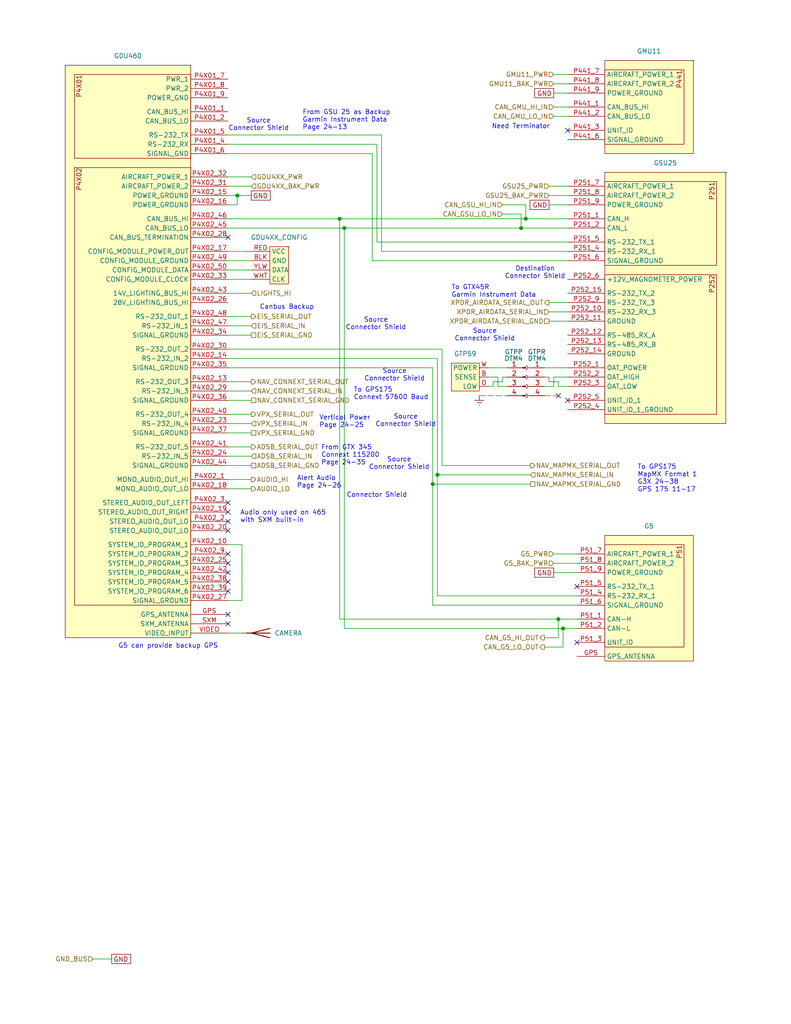
<source format=kicad_sch>
(kicad_sch (version 20250114) (generator "eeschema") (generator_version "9.0")
  (paper "USLetter" portrait)
  (title_block (title "PFD & ADAHRS") (date "2025-10-19") (rev "1.1.15") (company "N78HR"))
  (lib_symbols
    (symbol "Connector:Conn_01x04_Pin" (pin_names (offset 1.016) (hide yes))
      (property "Reference" "J" (at 0 5.08 0))
      (property "Value" "Conn_01x04_Pin" (at 0 -7.62 0))
      (symbol "Conn_01x04_Pin_1_1"
        (rectangle (start 0.8636 2.667) (end 0 2.413) (stroke (width 0.1524)) (fill (type outline)))
        (rectangle (start 0.8636 0.127) (end 0 -0.127) (stroke (width 0.1524)) (fill (type outline)))
        (rectangle (start 0.8636 -2.413) (end 0 -2.667) (stroke (width 0.1524)) (fill (type outline)))
        (rectangle (start 0.8636 -4.953) (end 0 -5.207) (stroke (width 0.1524)) (fill (type outline)))
        (polyline (pts (xy 1.27 2.54) (xy 0.8636 2.54)) (stroke (width 0.1524)))
        (polyline (pts (xy 1.27 0) (xy 0.8636 0)) (stroke (width 0.1524)))
        (polyline (pts (xy 1.27 -2.54) (xy 0.8636 -2.54)) (stroke (width 0.1524)))
        (polyline (pts (xy 1.27 -5.08) (xy 0.8636 -5.08)) (stroke (width 0.1524)))
        (pin passive line (at 5.08 2.54 180) (length 3.81) (name "Pin_1") (number "1"))
        (pin passive line (at 5.08 0 180) (length 3.81) (name "Pin_2") (number "2"))
        (pin passive line (at 5.08 -2.54 180) (length 3.81) (name "Pin_3") (number "3"))
        (pin passive line (at 5.08 -5.08 180) (length 3.81) (name "Pin_4") (number "4"))
      )
    )
    (symbol "Connector:Conn_01x04_Socket" (pin_names (offset 1.016) (hide yes))
      (property "Reference" "J" (at 0 5.08 0))
      (property "Value" "Conn_01x04_Socket" (at 0 -7.62 0))
      (symbol "Conn_01x04_Socket_1_1"
        (polyline (pts (xy -1.27 2.54) (xy -0.508 2.54)) (stroke (width 0.1524)))
        (polyline (pts (xy -1.27 0) (xy -0.508 0)) (stroke (width 0.1524)))
        (polyline (pts (xy -1.27 -2.54) (xy -0.508 -2.54)) (stroke (width 0.1524)))
        (polyline (pts (xy -1.27 -5.08) (xy -0.508 -5.08)) (stroke (width 0.1524)))
        (arc (start 0 2.032) (mid -0.5058 2.54) (end 0 3.048) (stroke (width 0.1524)))
        (arc (start 0 -0.508) (mid -0.5058 0) (end 0 0.508) (stroke (width 0.1524)))
        (arc (start 0 -3.048) (mid -0.5058 -2.54) (end 0 -2.032) (stroke (width 0.1524)))
        (arc (start 0 -5.588) (mid -0.5058 -5.08) (end 0 -4.572) (stroke (width 0.1524)))
        (pin passive line (at -5.08 2.54 0) (length 3.81) (name "Pin_1") (number "1"))
        (pin passive line (at -5.08 0 0) (length 3.81) (name "Pin_2") (number "2"))
        (pin passive line (at -5.08 -2.54 0) (length 3.81) (name "Pin_3") (number "3"))
        (pin passive line (at -5.08 -5.08 0) (length 3.81) (name "Pin_4") (number "4"))
      )
    )
    (symbol "Device:Antenna" (pin_numbers (hide yes)) (pin_names (offset 1.016) (hide yes))
      (property "Reference" "AE" (at -1.905 1.905 0))
      (property "Value" "Antenna" (at -1.905 0 0))
      (symbol "Antenna_0_1"
        (polyline (pts (xy 0 2.54) (xy 0 -3.81)) (stroke (width 0.254)))
        (polyline (pts (xy 1.27 2.54) (xy 0 -2.54) (xy -1.27 2.54)) (stroke (width 0.254)))
      )
      (symbol "Antenna_1_1"
        (pin input line (at 0 -5.08 90) (length 2.54) (name "A") (number "1"))
      )
    )
    (symbol "flyerx:Garmin_Config"
      (property "Reference" "CONFIG" (at 3.81 1.27 0))
      (symbol "Garmin_Config_1_1"
        (rectangle (start 0 0) (end 5.08 -10.16) (fill (type background)))
        (pin power_in line (at 10.16 -1.27 180) (length 5.08) (name "VCC") (number "RED"))
        (pin passive line (at 10.16 -3.81 180) (length 5.08) (name "GND") (number "BLK"))
        (pin bidirectional line (at 10.16 -6.35 180) (length 5.08) (name "DATA") (number "YLW"))
        (pin input line (at 10.16 -8.89 180) (length 5.08) (name "CLK") (number "WHT"))
      )
    )
    (symbol "flyerx:Garmin_G5"
      (property "Reference" "G" (at 0 1.27 0))
      (symbol "Garmin_G5_1_1"
        (rectangle (start 0 0) (end 24.13 -34.29) (fill (type background)))
        (rectangle (start 2.54 -2.54) (end 24.13 -30.48) (fill (type background)))
        (text "P51" (at 3.81 -2.54 900) (effects (font (size 1.27 1.27)) (justify right)))
        (pin power_in line (at 31.75 -5.08 180) (length 7.62) (name "AIRCRAFT_POWER_1") (number "P51_7"))
        (pin power_in line (at 31.75 -7.62 180) (length 7.62) (name "AIRCRAFT_POWER_2") (number "P51_8"))
        (pin passive line (at 31.75 -10.16 180) (length 7.62) (name "POWER_GROUND") (number "P51_9"))
        (pin output line (at 31.75 -13.97 180) (length 7.62) (name "RS-232_TX_1") (number "P51_5"))
        (pin input line (at 31.75 -16.51 180) (length 7.62) (name "RS-232_RX_1") (number "P51_4"))
        (pin passive line (at 31.75 -19.05 180) (length 7.62) (name "SIGNAL_GROUND") (number "P51_6"))
        (pin bidirectional line (at 31.75 -22.86 180) (length 7.62) (name "CAN-H") (number "P51_1"))
        (pin bidirectional line (at 31.75 -25.4 180) (length 7.62) (name "CAN-L") (number "P51_2"))
        (pin bidirectional line (at 31.75 -29.21 180) (length 7.62) (name "UNIT_ID") (number "P51_3"))
        (pin input line (at 31.75 -33.02 180) (length 7.62) (name "GPS_ANTENNA") (number "GPS"))
      )
    )
    (symbol "flyerx:Garmin_GDU4XX"
      (property "Reference" "GDU" (at 3.81 1.27 0))
      (symbol "Garmin_GDU4XX_1_1"
        (rectangle (start 0 0) (end 34.29 -156.21) (fill (type background)))
        (rectangle (start 2.54 -2.54) (end 34.29 -25.4) (fill (type background)))
        (rectangle (start 2.54 -27.94) (end 34.29 -147.32) (fill (type background)))
        (text "P4X01" (at 3.81 -2.54 900) (effects (font (size 1.27 1.27)) (justify right)))
        (text "P4X02" (at 3.81 -27.94 900) (effects (font (size 1.27 1.27)) (justify right)))
        (pin power_in line (at 44.45 -3.81 180) (length 10.16) (name "PWR_1") (number "P4X01_7"))
        (pin power_in line (at 44.45 -6.35 180) (length 10.16) (name "PWR_2") (number "P4X01_8"))
        (pin passive line (at 44.45 -8.89 180) (length 10.16) (name "POWER_GND") (number "P4X01_9"))
        (pin bidirectional line (at 44.45 -12.7 180) (length 10.16) (name "CAN_BUS_HI") (number "P4X01_1"))
        (pin bidirectional line (at 44.45 -15.24 180) (length 10.16) (name "CAN_BUS_LO") (number "P4X01_2"))
        (pin output line (at 44.45 -19.05 180) (length 10.16) (name "RS-232_TX") (number "P4X01_5"))
        (pin input line (at 44.45 -21.59 180) (length 10.16) (name "RS-232_RX") (number "P4X01_4"))
        (pin passive line (at 44.45 -24.13 180) (length 10.16) (name "SIGNAL_GND") (number "P4X01_6"))
        (pin power_in line (at 44.45 -30.48 180) (length 10.16) (name "AIRCRAFT_POWER_1") (number "P4X02_32"))
        (pin power_in line (at 44.45 -33.02 180) (length 10.16) (name "AIRCRAFT_POWER_2") (number "P4X02_31"))
        (pin passive line (at 44.45 -35.56 180) (length 10.16) (name "POWER_GROUND") (number "P4X02_15"))
        (pin passive line (at 44.45 -38.1 180) (length 10.16) (name "POWER_GROUND") (number "P4X02_16"))
        (pin bidirectional line (at 44.45 -41.91 180) (length 10.16) (name "CAN_BUS_HI") (number "P4X02_46"))
        (pin bidirectional line (at 44.45 -44.45 180) (length 10.16) (name "CAN_BUS_LO") (number "P4X02_45"))
        (pin passive line (at 44.45 -46.99 180) (length 10.16) (name "CAN_BUS_TERMINATION") (number "P4X02_28"))
        (pin power_out line (at 44.45 -50.8 180) (length 10.16) (name "CONFIG_MODULE_POWER_OUT") (number "P4X02_17"))
        (pin passive line (at 44.45 -53.34 180) (length 10.16) (name "CONFIG_MODULE_GROUND") (number "P4X02_49"))
        (pin bidirectional line (at 44.45 -55.88 180) (length 10.16) (name "CONFIG_MODULE_DATA") (number "P4X02_50"))
        (pin output line (at 44.45 -58.42 180) (length 10.16) (name "CONFIG_MODULE_CLOCK") (number "P4X02_33"))
        (pin input line (at 44.45 -62.23 180) (length 10.16) (name "14V_LIGHTING_BUS_HI") (number "P4X02_43"))
        (pin input line (at 44.45 -64.77 180) (length 10.16) (name "28V_LIGHTING_BUS_HI") (number "P4X02_26"))
        (pin output line (at 44.45 -68.58 180) (length 10.16) (name "RS-232_OUT_1") (number "P4X02_48"))
        (pin input line (at 44.45 -71.12 180) (length 10.16) (name "RS-232_IN_1") (number "P4X02_47"))
        (pin passive line (at 44.45 -73.66 180) (length 10.16) (name "SIGNAL_GROUND") (number "P4X02_34"))
        (pin output line (at 44.45 -77.47 180) (length 10.16) (name "RS-232_OUT_2") (number "P4X02_30"))
        (pin input line (at 44.45 -80.01 180) (length 10.16) (name "RS-232_IN_2") (number "P4X02_14"))
        (pin passive line (at 44.45 -82.55 180) (length 10.16) (name "SIGNAL_GROUND") (number "P4X02_35"))
        (pin output line (at 44.45 -86.36 180) (length 10.16) (name "RS-232_OUT_3") (number "P4X02_13"))
        (pin input line (at 44.45 -88.9 180) (length 10.16) (name "RS-232_IN_3") (number "P4X02_29"))
        (pin passive line (at 44.45 -91.44 180) (length 10.16) (name "SIGNAL_GROUND") (number "P4X02_36"))
        (pin output line (at 44.45 -95.25 180) (length 10.16) (name "RS-232_OUT_4") (number "P4X02_40"))
        (pin input line (at 44.45 -97.79 180) (length 10.16) (name "RS-232_IN_4") (number "P4X02_23"))
        (pin passive line (at 44.45 -100.33 180) (length 10.16) (name "SIGNAL_GROUND") (number "P4X02_37"))
        (pin output line (at 44.45 -104.14 180) (length 10.16) (name "RS-232_OUT_5") (number "P4X02_41"))
        (pin input line (at 44.45 -106.68 180) (length 10.16) (name "RS-232_IN_5") (number "P4X02_24"))
        (pin passive line (at 44.45 -109.22 180) (length 10.16) (name "SIGNAL_GROUND") (number "P4X02_44"))
        (pin output line (at 44.45 -113.03 180) (length 10.16) (name "MONO_AUDIO_OUT_HI") (number "P4X02_1"))
        (pin passive line (at 44.45 -115.57 180) (length 10.16) (name "MONO_AUDIO_OUT_LO") (number "P4X02_18"))
        (pin output line (at 44.45 -119.38 180) (length 10.16) (name "STEREO_AUDIO_OUT_LEFT") (number "P4X02_3"))
        (pin output line (at 44.45 -121.92 180) (length 10.16) (name "STEREO_AUDIO_OUT_RIGHT") (number "P4X02_19"))
        (pin passive line (at 44.45 -124.46 180) (length 10.16) (name "STEREO_AUDIO_OUT_LO") (number "P4X02_2"))
        (pin passive line (at 44.45 -127 180) (length 10.16) (name "STEREO_AUDIO_OUT_LO") (number "P4X02_20"))
        (pin bidirectional line (at 44.45 -130.81 180) (length 10.16) (name "SYSTEM_ID_PROGRAM_1") (number "P4X02_10"))
        (pin bidirectional line (at 44.45 -133.35 180) (length 10.16) (name "SYSTEM_ID_PROGRAM_2") (number "P4X02_9"))
        (pin bidirectional line (at 44.45 -135.89 180) (length 10.16) (name "SYSTEM_ID_PROGRAM_3") (number "P4X02_25"))
        (pin bidirectional line (at 44.45 -138.43 180) (length 10.16) (name "SYSTEM_ID_PROGRAM_4") (number "P4X02_42"))
        (pin bidirectional line (at 44.45 -140.97 180) (length 10.16) (name "SYSTEM_ID_PROGRAM_5") (number "P4X02_38"))
        (pin bidirectional line (at 44.45 -143.51 180) (length 10.16) (name "SYSTEM_ID_PROGRAM_6") (number "P4X02_39"))
        (pin passive line (at 44.45 -146.05 180) (length 10.16) (name "SIGNAL_GROUND") (number "P4X02_27"))
        (pin input line (at 44.45 -149.86 180) (length 10.16) (name "GPS_ANTENNA") (number "GPS"))
        (pin input line (at 44.45 -152.4 180) (length 10.16) (name "SXM_ANTENNA") (number "SXM"))
        (pin input line (at 44.45 -154.94 180) (length 10.16) (name "VIDEO_INPUT") (number "VIDEO"))
      )
    )
    (symbol "flyerx:Garmin_GMU11"
      (property "Reference" "GMU" (at 3.81 1.27 0))
      (symbol "Garmin_GMU11_1_1"
        (rectangle (start 0 0) (end 24.13 -25.4) (fill (type background)))
        (rectangle (start 2.54 -2.54) (end 24.13 -22.86) (fill (type background)))
        (text "P441" (at 3.81 -2.54 900) (effects (font (size 1.27 1.27)) (justify right)))
        (pin power_in line (at 34.29 -3.81 180) (length 10.16) (name "AIRCRAFT_POWER_1") (number "P441_7"))
        (pin power_in line (at 34.29 -6.35 180) (length 10.16) (name "AIRCRAFT_POWER_2") (number "P441_8"))
        (pin passive line (at 34.29 -8.89 180) (length 10.16) (name "POWER_GROUND") (number "P441_9"))
        (pin bidirectional line (at 34.29 -12.7 180) (length 10.16) (name "CAN_BUS_HI") (number "P441_1"))
        (pin bidirectional line (at 34.29 -15.24 180) (length 10.16) (name "CAN_BUS_LO") (number "P441_2"))
        (pin bidirectional line (at 34.29 -19.05 180) (length 10.16) (name "UNIT_ID") (number "P441_3"))
        (pin passive line (at 34.29 -21.59 180) (length 10.16) (name "SIGNAL_GROUND") (number "P441_6"))
      )
    )
    (symbol "flyerx:Garmin_GSU25"
      (property "Reference" "GSU" (at 3.81 1.27 0))
      (symbol "Garmin_GSU25_1_1"
        (rectangle (start 0 0) (end 33.02 -68.58) (fill (type background)))
        (rectangle (start 2.54 -2.54) (end 33.02 -25.4) (fill (type background)))
        (rectangle (start 2.54 -27.94) (end 33.02 -66.04) (fill (type background)))
        (text "P251" (at 3.81 -2.54 900) (effects (font (size 1.27 1.27)) (justify right)))
        (text "P252" (at 3.81 -27.94 900) (effects (font (size 1.27 1.27)) (justify right)))
        (pin power_in line (at 43.18 -3.81 180) (length 10.16) (name "AIRCRAFT_POWER_1") (number "P251_7"))
        (pin power_in line (at 43.18 -6.35 180) (length 10.16) (name "AIRCRAFT_POWER_2") (number "P251_8"))
        (pin bidirectional line (at 43.18 -8.89 180) (length 10.16) (name "POWER_GROUND") (number "P251_9"))
        (pin bidirectional line (at 43.18 -12.7 180) (length 10.16) (name "CAN_H") (number "P251_1"))
        (pin bidirectional line (at 43.18 -15.24 180) (length 10.16) (name "CAN_L") (number "P251_2"))
        (pin output line (at 43.18 -19.05 180) (length 10.16) (name "RS-232_TX_1") (number "P251_5"))
        (pin input line (at 43.18 -21.59 180) (length 10.16) (name "RS-232_RX_1") (number "P251_4"))
        (pin bidirectional line (at 43.18 -24.13 180) (length 10.16) (name "SIGNAL_GROUND") (number "P251_6"))
        (pin power_out line (at 43.18 -29.21 180) (length 10.16) (name "+12V_MAGNOMETER_POWER") (number "P252_6"))
        (pin output line (at 43.18 -33.02 180) (length 10.16) (name "RS-232_TX_2") (number "P252_15"))
        (pin output line (at 43.18 -35.56 180) (length 10.16) (name "RS-232_TX_3") (number "P252_9"))
        (pin input line (at 43.18 -38.1 180) (length 10.16) (name "RS-232_RX_3") (number "P252_10"))
        (pin bidirectional line (at 43.18 -40.64 180) (length 10.16) (name "GROUND") (number "P252_11"))
        (pin input line (at 43.18 -44.45 180) (length 10.16) (name "RS-485_RX_A") (number "P252_12"))
        (pin input line (at 43.18 -46.99 180) (length 10.16) (name "RS-485_RX_B") (number "P252_13"))
        (pin bidirectional line (at 43.18 -49.53 180) (length 10.16) (name "GROUND") (number "P252_14"))
        (pin power_out line (at 43.18 -53.34 180) (length 10.16) (name "OAT_POWER") (number "P252_1"))
        (pin input line (at 43.18 -55.88 180) (length 10.16) (name "OAT_HIGH") (number "P252_2"))
        (pin bidirectional line (at 43.18 -58.42 180) (length 10.16) (name "OAT_LOW") (number "P252_3"))
        (pin bidirectional line (at 43.18 -62.23 180) (length 10.16) (name "UNIT_ID_1") (number "P252_5"))
        (pin bidirectional line (at 43.18 -64.77 180) (length 10.16) (name "UNIT_ID_1_GROUND") (number "P252_4"))
      )
    )
    (symbol "flyerx:Garmin_GTP59"
      (property "Reference" "GTP" (at 3.81 1.27 0))
      (symbol "Garmin_GTP59_1_1"
        (rectangle (start 0 0) (end 7.62 -7.62) (fill (type background)))
        (pin power_in line (at 10.16 -1.27 180) (length 2.54) (name "POWER") (number "W"))
        (pin output line (at 10.16 -3.81 180) (length 2.54) (name "SENSE") (number "B"))
        (pin passive line (at 10.16 -6.35 180) (length 2.54) (name "LOW") (number "O"))
      )
    )
    (symbol "power:Earth" (power) (pin_names (offset 0))
      (symbol "Earth_0_1"
        (polyline (pts (xy -0.635 -1.905) (xy 0.635 -1.905)))
        (polyline (pts (xy -0.127 -2.54) (xy 0.127 -2.54)))
        (polyline (pts (xy 0 -1.27) (xy 0 0)))
        (polyline (pts (xy 1.27 -1.27) (xy -1.27 -1.27)))
      )
      (symbol "Earth_1_1"
        (pin power_in line (at 0 0 270) (length 0) (hide yes) (name "Earth") (number "1"))
      )
    )
  )
  (text "Source\nConnector Shield" (at 108.966 126.492 0) (effects (font (size 1.27 1.27))))
  (text "Connector Shield" (at 102.87 135.128 0) (effects (font (size 1.27 1.27))))
  (text "Source\nConnector Shield" (at 110.744 114.808 0) (effects (font (size 1.27 1.27))))
  (text "Source\nConnector Shield" (at 102.616 88.392 0) (effects (font (size 1.27 1.27))))
  (text "Destination\nConnector Shield" (at 146.05 74.422 0) (effects (font (size 1.27 1.27))))
  (text "Vertical Power\nPage 24-25" (at 87.122 115.062 0) (effects (font (size 1.27 1.27)) (justify left)))
  (text "Source\nConnector Shield" (at 70.612 34.036 0) (effects (font (size 1.27 1.27))))
  (text "To GPS175\nMapMX Format 1\nG3X 24-38\nGPS 175 11-17" (at 173.99 134.366 0) (effects (font (size 1.27 1.27)) (justify left bottom)))
  (text "Source\nConnector Shield" (at 132.334 91.44 0) (effects (font (size 1.27 1.27))))
  (text "From GTX 345\nConnext 115200\nPage 24-35" (at 87.63 127 0) (effects (font (size 1.27 1.27)) (justify left bottom)))
  (text "To GTX45R\nGarmin Instrument Data" (at 123.19 81.28 0) (effects (font (size 1.27 1.27)) (justify left bottom)))
  (text "Audio only used on 465\nwith SXM built-in" (at 65.532 140.97 0) (effects (font (size 1.27 1.27)) (justify left)))
  (text "Canbus Backup" (at 70.866 84.582 0) (effects (font (size 1.27 1.27)) (justify left bottom)))
  (text "Need Terminator" (at 150.114 35.306 0) (effects (font (size 1.27 1.27)) (justify right bottom)))
  (text "G5 can provide backup GPS" (at 32.258 177.038 0) (effects (font (size 1.27 1.27)) (justify left bottom)))
  (text "From GSU 25 as Backup\nGarmin Instrument Data\nPage 24-13" (at 82.55 35.56 0) (effects (font (size 1.27 1.27)) (justify left bottom)))
  (text "Source\nConnector Shield" (at 107.696 102.362 0) (effects (font (size 1.27 1.27))))
  (text "Alert Audio\nPage 24-26" (at 81.026 131.572 0) (effects (font (size 1.27 1.27)) (justify left)))
  (text "To GPS175\nConnext 57600 Baud" (at 96.52 109.22 0) (effects (font (size 1.27 1.27)) (justify left bottom)))
  (junction (at 92.71 59.69))
  (junction (at 93.98 62.23))
  (junction (at 152.4 168.91))
  (junction (at 143.51 59.69))
  (junction (at 153.67 171.45))
  (junction (at 118.11 132.08))
  (junction (at 119.38 129.54))
  (junction (at 64.77 53.34))
  (junction (at 142.24 62.23))
  (no_connect (at 152.4 107.95))
  (no_connect (at 62.23 144.78))
  (no_connect (at 62.23 142.24))
  (no_connect (at 62.23 151.13))
  (no_connect (at 154.94 35.56))
  (no_connect (at 62.23 156.21))
  (no_connect (at 157.48 175.26))
  (no_connect (at 62.23 161.29))
  (no_connect (at 154.94 109.22))
  (no_connect (at 62.23 153.67))
  (no_connect (at 62.23 139.7))
  (no_connect (at 62.23 64.77))
  (no_connect (at 62.23 170.18))
  (no_connect (at 62.23 158.75))
  (no_connect (at 157.48 160.02))
  (no_connect (at 62.23 137.16))
  (no_connect (at 62.23 167.64))
  (wire (pts (xy 154.94 68.58) (xy 104.14 68.58)))
  (wire (pts (xy 133.35 100.33) (xy 138.43 100.33)))
  (wire (pts (xy 62.23 76.2) (xy 68.58 76.2)))
  (wire (pts (xy 118.11 132.08) (xy 144.78 132.08)))
  (wire (pts (xy 149.86 102.87) (xy 149.86 104.14)))
  (wire (pts (xy 62.23 115.57) (xy 68.58 115.57)))
  (wire (pts (xy 62.23 59.69) (xy 92.71 59.69)))
  (wire (pts (xy 62.23 55.88) (xy 64.77 55.88)))
  (wire (pts (xy 62.23 39.37) (xy 102.87 39.37)))
  (wire (pts (xy 137.16 55.88) (xy 143.51 55.88)))
  (wire (pts (xy 149.86 50.8) (xy 154.94 50.8)))
  (wire (pts (xy 62.23 68.58) (xy 68.58 68.58)))
  (wire (pts (xy 64.77 55.88) (xy 64.77 53.34)))
  (wire (pts (xy 62.23 88.9) (xy 68.58 88.9)))
  (wire (pts (xy 92.71 59.69) (xy 143.51 59.69)))
  (wire (pts (xy 25.4 261.62) (xy 30.48 261.62)))
  (wire (pts (xy 119.38 97.79) (xy 62.23 97.79)))
  (wire (pts (xy 101.6 71.12) (xy 101.6 41.91)))
  (wire (pts (xy 149.86 85.09) (xy 154.94 85.09)))
  (wire (pts (xy 148.59 105.41) (xy 151.13 105.41)))
  (wire (pts (xy 152.4 168.91) (xy 157.48 168.91)))
  (wire (pts (xy 120.65 95.25) (xy 62.23 95.25)))
  (wire (pts (xy 149.86 82.55) (xy 154.94 82.55)))
  (wire (pts (xy 66.04 148.59) (xy 66.04 163.83)))
  (wire (pts (xy 153.67 176.53) (xy 153.67 171.45)))
  (wire (pts (xy 104.14 36.83) (xy 104.14 68.58)))
  (wire (pts (xy 148.59 100.33) (xy 154.94 100.33)))
  (wire (pts (xy 62.23 109.22) (xy 68.58 109.22)))
  (wire (pts (xy 149.86 104.14) (xy 152.4 104.14)))
  (wire (pts (xy 102.87 39.37) (xy 102.87 66.04)))
  (wire (pts (xy 62.23 71.12) (xy 68.58 71.12)))
  (wire (pts (xy 118.11 165.1) (xy 118.11 132.08)))
  (wire (pts (xy 120.65 127) (xy 120.65 95.25)))
  (wire (pts (xy 62.23 130.81) (xy 68.58 130.81)))
  (wire (pts (xy 135.89 105.41) (xy 138.43 105.41)))
  (wire (pts (xy 149.86 87.63) (xy 154.94 87.63)))
  (wire (pts (xy 151.13 105.41) (xy 151.13 102.87)))
  (wire (pts (xy 137.16 58.42) (xy 142.24 58.42)))
  (wire (pts (xy 62.23 53.34) (xy 64.77 53.34)))
  (wire (pts (xy 62.23 91.44) (xy 68.58 91.44)))
  (wire (pts (xy 153.67 171.45) (xy 157.48 171.45)))
  (wire (pts (xy 151.13 151.13) (xy 157.48 151.13)))
  (wire (pts (xy 154.94 66.04) (xy 102.87 66.04)))
  (wire (pts (xy 62.23 113.03) (xy 68.58 113.03)))
  (wire (pts (xy 62.23 124.46) (xy 68.58 124.46)))
  (wire (pts (xy 93.98 171.45) (xy 153.67 171.45)))
  (wire (pts (xy 101.6 71.12) (xy 154.94 71.12)))
  (wire (pts (xy 151.13 31.75) (xy 154.94 31.75)))
  (wire (pts (xy 151.13 22.86) (xy 154.94 22.86)))
  (wire (pts (xy 92.71 168.91) (xy 152.4 168.91)))
  (wire (pts (xy 62.23 36.83) (xy 104.14 36.83)))
  (wire (pts (xy 62.23 86.36) (xy 68.58 86.36)))
  (wire (pts (xy 62.23 121.92) (xy 68.58 121.92)))
  (wire (pts (xy 157.48 165.1) (xy 118.11 165.1)))
  (wire (pts (xy 149.86 53.34) (xy 154.94 53.34)))
  (wire (pts (xy 62.23 62.23) (xy 93.98 62.23)))
  (wire (pts (xy 62.23 118.11) (xy 68.58 118.11)))
  (wire (pts (xy 148.59 173.99) (xy 152.4 173.99)))
  (wire (pts (xy 101.6 41.91) (xy 62.23 41.91)))
  (wire (pts (xy 142.24 58.42) (xy 142.24 62.23)))
  (wire (pts (xy 152.4 173.99) (xy 152.4 168.91)))
  (wire (pts (xy 151.13 20.32) (xy 154.94 20.32)))
  (wire (pts (xy 149.86 55.88) (xy 154.94 55.88)))
  (wire (pts (xy 148.59 176.53) (xy 153.67 176.53)))
  (wire (pts (xy 151.13 102.87) (xy 154.94 102.87)))
  (wire (pts (xy 119.38 129.54) (xy 119.38 97.79)))
  (wire (pts (xy 119.38 162.56) (xy 119.38 129.54)))
  (wire (pts (xy 62.23 50.8) (xy 68.58 50.8)))
  (wire (pts (xy 134.62 105.41) (xy 134.62 104.14)))
  (wire (pts (xy 120.65 127) (xy 144.78 127)))
  (wire (pts (xy 62.23 80.01) (xy 68.58 80.01)))
  (wire (pts (xy 93.98 62.23) (xy 142.24 62.23)))
  (wire (pts (xy 62.23 133.35) (xy 68.58 133.35)))
  (wire (pts (xy 137.16 102.87) (xy 137.16 104.14)))
  (wire (pts (xy 137.16 102.87) (xy 138.43 102.87)))
  (wire (pts (xy 62.23 172.72) (xy 66.04 172.72)))
  (wire (pts (xy 62.23 48.26) (xy 68.58 48.26)))
  (wire (pts (xy 151.13 156.21) (xy 157.48 156.21)))
  (wire (pts (xy 118.11 100.33) (xy 62.23 100.33)))
  (wire (pts (xy 142.24 62.23) (xy 154.94 62.23)))
  (wire (pts (xy 62.23 106.68) (xy 68.58 106.68)))
  (wire (pts (xy 157.48 162.56) (xy 119.38 162.56)))
  (wire (pts (xy 130.81 107.95) (xy 138.43 107.95)) (stroke (width 0) (type dash)))
  (wire (pts (xy 62.23 104.14) (xy 68.58 104.14)))
  (wire (pts (xy 133.35 102.87) (xy 135.89 102.87)))
  (wire (pts (xy 93.98 62.23) (xy 93.98 171.45)))
  (wire (pts (xy 118.11 132.08) (xy 118.11 100.33)))
  (wire (pts (xy 143.51 55.88) (xy 143.51 59.69)))
  (wire (pts (xy 92.71 59.69) (xy 92.71 168.91)))
  (wire (pts (xy 143.51 59.69) (xy 154.94 59.69)))
  (wire (pts (xy 151.13 25.4) (xy 154.94 25.4)))
  (wire (pts (xy 148.59 107.95) (xy 152.4 107.95)) (stroke (width 0) (type dash)))
  (wire (pts (xy 152.4 104.14) (xy 152.4 105.41)))
  (wire (pts (xy 134.62 104.14) (xy 137.16 104.14)))
  (wire (pts (xy 62.23 127) (xy 68.58 127)))
  (wire (pts (xy 152.4 105.41) (xy 154.94 105.41)))
  (wire (pts (xy 148.59 102.87) (xy 149.86 102.87)))
  (wire (pts (xy 151.13 29.21) (xy 154.94 29.21)))
  (wire (pts (xy 62.23 148.59) (xy 66.04 148.59)))
  (wire (pts (xy 119.38 129.54) (xy 144.78 129.54)))
  (wire (pts (xy 62.23 73.66) (xy 68.58 73.66)))
  (wire (pts (xy 151.13 153.67) (xy 157.48 153.67)))
  (wire (pts (xy 135.89 102.87) (xy 135.89 105.41)))
  (wire (pts (xy 133.35 105.41) (xy 134.62 105.41)))
  (wire (pts (xy 66.04 163.83) (xy 62.23 163.83)))
  (wire (pts (xy 64.77 53.34) (xy 68.58 53.34)))
  (global_label "GND" (shape passive) (at 151.13 156.21 180) (property "Intersheetrefs" "${INTERSHEET_REFS}" (effects (hide yes))))
  (global_label "GND" (shape passive) (at 30.48 261.62 0) (property "Intersheetrefs" "${INTERSHEET_REFS}" (effects (hide yes))))
  (global_label "GND" (shape passive) (at 149.86 55.88 180) (property "Intersheetrefs" "${INTERSHEET_REFS}" (effects (hide yes))))
  (global_label "GND" (shape passive) (at 68.58 53.34 0) (property "Intersheetrefs" "${INTERSHEET_REFS}" (effects (hide yes))))
  (global_label "GND" (shape passive) (at 151.13 25.4 180) (property "Intersheetrefs" "${INTERSHEET_REFS}" (effects (hide yes))))
  (hierarchical_label "ADSB_SERIAL_IN" (shape input) (at 68.58 124.46 0))
  (hierarchical_label "LIGHTS_HI" (shape input) (at 68.58 80.01 0))
  (hierarchical_label "CAN_GMU_HI_IN" (shape input) (at 151.13 29.21 180))
  (hierarchical_label "XPDR_AIRDATA_SERIAL_OUT" (shape output) (at 149.86 82.55 180))
  (hierarchical_label "GMU11_BAK_PWR" (shape input) (at 151.13 22.86 180))
  (hierarchical_label "GMU11_PWR" (shape input) (at 151.13 20.32 180))
  (hierarchical_label "GDU4XX_PWR" (shape input) (at 68.58 48.26 0))
  (hierarchical_label "CAN_GSU_LO_IN" (shape input) (at 137.16 58.42 180))
  (hierarchical_label "AUDIO_HI" (shape output) (at 68.58 130.81 0))
  (hierarchical_label "NAV_MAPMX_SERIAL_GND" (shape passive) (at 144.78 132.08 0))
  (hierarchical_label "NAV_MAPMX_SERIAL_OUT" (shape output) (at 144.78 127 0))
  (hierarchical_label "EIS_SERIAL_OUT" (shape output) (at 68.58 86.36 0))
  (hierarchical_label "ADSB_SERIAL_GND" (shape passive) (at 68.58 127 0))
  (hierarchical_label "EIS_SERIAL_GND" (shape passive) (at 68.58 91.44 0))
  (hierarchical_label "VPX_SERIAL_OUT" (shape output) (at 68.58 113.03 0))
  (hierarchical_label "NAV_CONNEXT_SERIAL_OUT" (shape output) (at 68.58 104.14 0))
  (hierarchical_label "GDU4XX_BAK_PWR" (shape input) (at 68.58 50.8 0))
  (hierarchical_label "CAN_GMU_LO_IN" (shape input) (at 151.13 31.75 180))
  (hierarchical_label "CAN_GSU_HI_IN" (shape input) (at 137.16 55.88 180))
  (hierarchical_label "ADSB_SERIAL_OUT" (shape output) (at 68.58 121.92 0))
  (hierarchical_label "XPDR_AIRDATA_SERIAL_GND" (shape passive) (at 149.86 87.63 180))
  (hierarchical_label "NAV_MAPMX_SERIAL_IN" (shape input) (at 144.78 129.54 0))
  (hierarchical_label "GND_BUS" (shape input) (at 25.4 261.62 180))
  (hierarchical_label "GSU25_BAK_PWR" (shape input) (at 149.86 53.34 180))
  (hierarchical_label "NAV_CONNEXT_SERIAL_GND" (shape passive) (at 68.58 109.22 0))
  (hierarchical_label "VPX_SERIAL_IN" (shape input) (at 68.58 115.57 0))
  (hierarchical_label "AUDIO_LO" (shape output) (at 68.58 133.35 0))
  (hierarchical_label "G5_PWR" (shape input) (at 151.13 151.13 180))
  (hierarchical_label "EIS_SERIAL_IN" (shape input) (at 68.58 88.9 0))
  (hierarchical_label "NAV_CONNEXT_SERIAL_IN" (shape input) (at 68.58 106.68 0))
  (hierarchical_label "GSU25_PWR" (shape input) (at 149.86 50.8 180))
  (hierarchical_label "VPX_SERIAL_GND" (shape passive) (at 68.58 118.11 0))
  (hierarchical_label "XPDR_AIRDATA_SERIAL_IN" (shape input) (at 149.86 85.09 180))
  (hierarchical_label "CAN_G5_HI_OUT" (shape output) (at 148.59 173.99 180))
  (hierarchical_label "CAN_G5_LO_OUT" (shape output) (at 148.59 176.53 180))
  (hierarchical_label "G5_BAK_PWR" (shape input) (at 151.13 153.67 180))
  (symbol (lib_id "flyerx:Garmin_GTP59") (at 123.19 99.06 0) (unit 1)
    (property "Reference" "GTP59" (at 127 96.52 0))
  )
  (symbol (lib_id "Device:Antenna") (at 71.12 172.72 270) (unit 1)
    (property "Reference" "CAMERA" (at 74.93 172.72 90) (effects (justify left)))
    (property "Value" "Antenna" (effects (hide yes)))
  )
  (symbol (lib_id "Connector:Conn_01x04_Pin") (at 143.51 102.87 0) (mirror y) (unit 1)
    (property "Reference" "GTPP" (at 142.748 96.012 0) (effects (justify left)))
    (property "Value" "DTM4" (at 142.748 97.79 0) (effects (justify left)))
    (property "Description" "Generic connector, single row, 01x04, script generated" (effects (hide yes)))
  )
  (symbol (lib_id "flyerx:Garmin_GSU25") (at 198.12 46.99 0) (mirror y) (unit 1)
    (property "Reference" "GSU25" (at 181.61 44.45 0))
    (property "Value" "~" (at 198.12 46.99 0))
  )
  (symbol (lib_id "flyerx:Garmin_G5") (at 189.23 146.05 0) (mirror y) (unit 1)
    (property "Reference" "G5" (at 177.165 143.51 0))
  )
  (symbol (lib_id "power:Earth") (at 130.81 107.95 0) (mirror y) (unit 1)
    (property "Reference" "#PWR07" (effects (hide yes)))
    (property "Value" "Earth" (effects (hide yes)))
  )
  (symbol (lib_id "flyerx:Garmin_Config") (at 78.74 67.31 0) (mirror y) (unit 1)
    (property "Reference" "GDU4XX_CONFIG" (at 76.2 64.77 0))
    (property "Value" "~" (at 78.74 67.31 0))
  )
  (symbol (lib_id "flyerx:Garmin_GDU4XX") (at 17.78 17.78 0) (unit 1)
    (property "Reference" "GDU460" (at 34.925 15.24 0))
  )
  (symbol (lib_id "Connector:Conn_01x04_Socket") (at 143.51 102.87 0) (mirror y) (unit 1)
    (property "Reference" "GTPR" (at 144.018 96.012 0) (effects (justify right)))
    (property "Value" "DTM4" (at 144.018 97.79 0) (effects (justify right)))
    (property "Description" "Generic connector, single row, 01x04, script generated" (effects (hide yes)))
  )
  (symbol (lib_id "flyerx:Garmin_GMU11") (at 189.23 16.51 0) (mirror y) (unit 1)
    (property "Reference" "GMU11" (at 177.165 13.97 0))
    (property "Value" "~" (at 189.23 16.51 0))
  )
)
</source>
